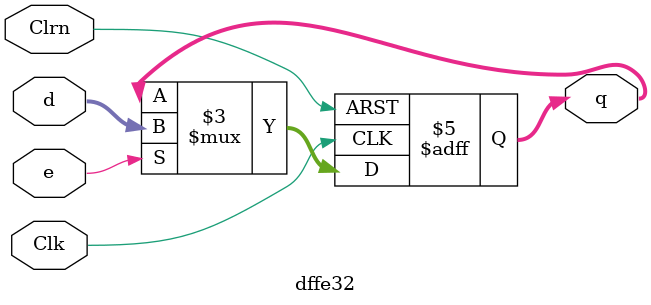
<source format=v>
`timescale 1ns / 1ps
module dffe32(d,Clk,Clrn,e,q);
    input [31:0]d;
    input Clk,Clrn,e;
    output reg [31:0]q;
    always @(posedge Clk or negedge Clrn)    
        if(Clrn == 0)begin
            q <= 0 ;
        end else begin
        if(e)
             q<=d;
        end
endmodule

</source>
